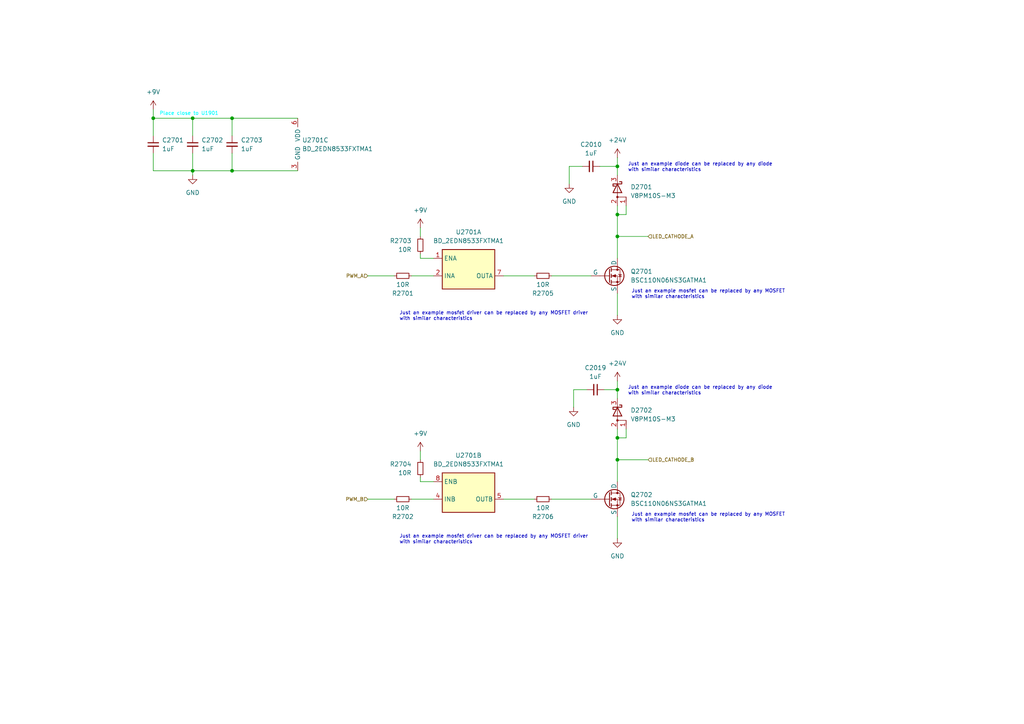
<source format=kicad_sch>
(kicad_sch (version 20250114) (generator "eeschema") (generator_version "9.0")
  (paper "A4")
  (lib_symbols
    (symbol "Bond_Kicad_Lib:BD_2EDN8533"
      (property "Reference" "U" (at -7.62 8.89 0))
      (property "Value" "BD_2EDN8533FXTMA1" (at 1.27 8.89 0))
      (symbol "BD_2EDN8533_1_1"
        (rectangle (start -7.62 7.62) (end 7.62 -3.81) (stroke (width 0.254)) (fill (type background)))
        (pin input line (at -10.16 5.08 0) (length 2.54) (name "ENA") (number "1"))
        (pin input line (at -10.16 0 0) (length 2.54) (name "INA") (number "2"))
        (pin output line (at 10.16 0 180) (length 2.54) (name "OUTA") (number "7"))
      )
      (symbol "BD_2EDN8533_2_1"
        (rectangle (start -7.62 7.62) (end 7.62 -3.81) (stroke (width 0.254)) (fill (type background)))
        (pin input line (at -10.16 5.08 0) (length 2.54) (name "ENB") (number "8"))
        (pin input line (at -10.16 0 0) (length 2.54) (name "INB") (number "4"))
        (pin output line (at 10.16 0 180) (length 2.54) (name "OUTB") (number "5"))
      )
      (symbol "BD_2EDN8533_3_1"
        (pin power_in line (at 0 7.62 270) (length 2.54) (name "VDD") (number "6"))
        (pin power_in line (at 0 -7.62 90) (length 2.54) (name "GND") (number "3"))
      )
    )
    (symbol "Device:C_Small" (pin_numbers (hide yes)) (pin_names (offset 0.254) (hide yes))
      (property "Reference" "C" (at 0.254 1.778 0))
      (property "Value" "C_Small" (at 0.254 -2.032 0))
      (symbol "C_Small_0_1"
        (polyline (pts (xy -1.524 0.508) (xy 1.524 0.508)) (stroke (width 0.3048)))
        (polyline (pts (xy -1.524 -0.508) (xy 1.524 -0.508)) (stroke (width 0.3302)))
      )
      (symbol "C_Small_1_1"
        (pin passive line (at 0 2.54 270) (length 2.032) (name "~") (number "1"))
        (pin passive line (at 0 -2.54 90) (length 2.032) (name "~") (number "2"))
      )
    )
    (symbol "Device:D_Schottky_AAK" (pin_names (offset 0) (hide yes))
      (property "Reference" "D" (at 0 2.54 0))
      (property "Value" "D_Schottky_AAK" (at 0 -2.54 0))
      (symbol "D_Schottky_AAK_0_1"
        (polyline (pts (xy -1.905 0.635) (xy -1.905 1.27) (xy -1.27 1.27) (xy -1.27 -1.27) (xy -0.635 -1.27) (xy -0.635 -0.635)) (stroke (width 0.254)))
        (polyline (pts (xy 1.27 1.27) (xy 1.27 -1.27) (xy -1.27 0) (xy 1.27 1.27)) (stroke (width 0.254)))
        (circle (center 2.54 0) (radius 0.254) (fill (type outline)))
        (polyline (pts (xy 3.81 2.54) (xy 2.54 2.54) (xy 2.54 0) (xy -1.27 0)))
      )
      (symbol "D_Schottky_AAK_1_1"
        (pin passive line (at -3.81 0 0) (length 2.54) (name "K") (number "3"))
        (pin passive line (at 5.08 2.54 180) (length 2.54) (name "A") (number "1"))
        (pin passive line (at 5.08 0 180) (length 2.54) (name "A") (number "2"))
      )
    )
    (symbol "Device:R_Small" (pin_numbers (hide yes)) (pin_names (offset 0.254) (hide yes))
      (property "Reference" "R" (at 0.762 0.508 0))
      (property "Value" "R_Small" (at 0.762 -1.016 0))
      (symbol "R_Small_0_1"
        (rectangle (start -0.762 1.778) (end 0.762 -1.778) (stroke (width 0.2032)))
      )
      (symbol "R_Small_1_1"
        (pin passive line (at 0 2.54 270) (length 0.762) (name "~") (number "1"))
        (pin passive line (at 0 -2.54 90) (length 0.762) (name "~") (number "2"))
      )
    )
    (symbol "Simulation_SPICE:NMOS" (pin_numbers (hide yes)) (pin_names (offset 0))
      (property "Reference" "Q" (at 5.08 1.27 0))
      (property "Value" "NMOS" (at 5.08 -1.27 0))
      (symbol "NMOS_0_1"
        (polyline (pts (xy 0.254 1.905) (xy 0.254 -1.905)) (stroke (width 0.254)))
        (polyline (pts (xy 0.254 0) (xy -2.54 0)))
        (polyline (pts (xy 0.762 2.286) (xy 0.762 1.27)) (stroke (width 0.254)))
        (polyline (pts (xy 0.762 0.508) (xy 0.762 -0.508)) (stroke (width 0.254)))
        (polyline (pts (xy 0.762 -1.27) (xy 0.762 -2.286)) (stroke (width 0.254)))
        (polyline (pts (xy 0.762 -1.778) (xy 3.302 -1.778) (xy 3.302 1.778) (xy 0.762 1.778)))
        (polyline (pts (xy 1.016 0) (xy 2.032 0.381) (xy 2.032 -0.381) (xy 1.016 0)) (fill (type outline)))
        (circle (center 1.651 0) (radius 2.794) (stroke (width 0.254)))
        (polyline (pts (xy 2.54 2.54) (xy 2.54 1.778)))
        (circle (center 2.54 1.778) (radius 0.254) (fill (type outline)))
        (circle (center 2.54 -1.778) (radius 0.254) (fill (type outline)))
        (polyline (pts (xy 2.54 -2.54) (xy 2.54 0) (xy 0.762 0)))
        (polyline (pts (xy 2.794 0.508) (xy 2.921 0.381) (xy 3.683 0.381) (xy 3.81 0.254)))
        (polyline (pts (xy 3.302 0.381) (xy 2.921 -0.254) (xy 3.683 -0.254) (xy 3.302 0.381)))
      )
      (symbol "NMOS_1_1"
        (pin input line (at -5.08 0 0) (length 2.54) (name "G") (number "2"))
        (pin passive line (at 2.54 5.08 270) (length 2.54) (name "D") (number "1"))
        (pin passive line (at 2.54 -5.08 90) (length 2.54) (name "S") (number "3"))
      )
    )
    (symbol "power:+24V" (power) (pin_numbers (hide yes)) (pin_names (offset 0) (hide yes))
      (property "Value" "+24V" (at 0 3.556 0))
      (symbol "+24V_0_1"
        (polyline (pts (xy -0.762 1.27) (xy 0 2.54)))
        (polyline (pts (xy 0 2.54) (xy 0.762 1.27)))
        (polyline (pts (xy 0 0) (xy 0 2.54)))
      )
      (symbol "+24V_1_1"
        (pin power_in line (at 0 0 90) (length 0) (name "~") (number "1"))
      )
    )
    (symbol "power:+9V" (power) (pin_numbers (hide yes)) (pin_names (offset 0) (hide yes))
      (property "Value" "+9V" (at 0 3.556 0))
      (symbol "+9V_0_1"
        (polyline (pts (xy -0.762 1.27) (xy 0 2.54)))
        (polyline (pts (xy 0 2.54) (xy 0.762 1.27)))
        (polyline (pts (xy 0 0) (xy 0 2.54)))
      )
      (symbol "+9V_1_1"
        (pin power_in line (at 0 0 90) (length 0) (name "~") (number "1"))
      )
    )
    (symbol "power:GND" (power) (pin_numbers (hide yes)) (pin_names (offset 0) (hide yes))
      (property "Value" "GND" (at 0 -3.81 0))
      (symbol "GND_0_1"
        (polyline (pts (xy 0 0) (xy 0 -1.27) (xy 1.27 -1.27) (xy 0 -2.54) (xy -1.27 -1.27) (xy 0 -1.27)))
      )
      (symbol "GND_1_1"
        (pin power_in line (at 0 0 270) (length 0) (name "~") (number "1"))
      )
    )
  )
  (text "Just an example mosfet can be replaced by any MOSFET\nwith similar characteristics " (at 183.134 150.114 0) (effects (font (size 1.016 1.016)) (justify left)))
  (text "Just an example diode can be replaced by any diode\nwith similar characteristics " (at 182.118 113.284 0) (effects (font (size 1.016 1.016)) (justify left)))
  (text "Just an example diode can be replaced by any diode\nwith similar characteristics " (at 182.118 48.514 0) (effects (font (size 1.016 1.016)) (justify left)))
  (text "Just an example mosfet driver can be replaced by any MOSFET driver\nwith similar characteristics " (at 115.824 156.464 0) (effects (font (size 1.016 1.016)) (justify left)))
  (text "Just an example mosfet driver can be replaced by any MOSFET driver\nwith similar characteristics " (at 115.824 91.694 0) (effects (font (size 1.016 1.016)) (justify left)))
  (text "Just an example mosfet can be replaced by any MOSFET\nwith similar characteristics " (at 183.134 85.344 0) (effects (font (size 1.016 1.016)) (justify left)))
  (text "Place close to U1901\n" (at 46.228 33.02 0) (effects (font (size 1.016 1.016)) (justify left)))
  (junction (at 179.07 68.58))
  (junction (at 179.07 48.26))
  (junction (at 179.07 62.23))
  (junction (at 55.88 49.53))
  (junction (at 179.07 127))
  (junction (at 67.31 49.53))
  (junction (at 44.45 34.29))
  (junction (at 55.88 34.29))
  (junction (at 179.07 113.03))
  (junction (at 67.31 34.29))
  (junction (at 179.07 133.35))
  (wire (pts (xy 106.68 80.01) (xy 114.3 80.01)))
  (wire (pts (xy 179.07 62.23) (xy 179.07 68.58)))
  (wire (pts (xy 44.45 34.29) (xy 55.88 34.29)))
  (wire (pts (xy 55.88 49.53) (xy 67.31 49.53)))
  (wire (pts (xy 106.68 144.78) (xy 114.3 144.78)))
  (wire (pts (xy 175.26 113.03) (xy 179.07 113.03)))
  (wire (pts (xy 179.07 59.69) (xy 179.07 62.23)))
  (wire (pts (xy 55.88 44.45) (xy 55.88 49.53)))
  (wire (pts (xy 44.45 34.29) (xy 44.45 39.37)))
  (wire (pts (xy 67.31 49.53) (xy 86.36 49.53)))
  (wire (pts (xy 179.07 68.58) (xy 179.07 74.93)))
  (wire (pts (xy 55.88 49.53) (xy 55.88 50.8)))
  (wire (pts (xy 166.37 118.11) (xy 166.37 113.03)))
  (wire (pts (xy 44.45 44.45) (xy 44.45 49.53)))
  (wire (pts (xy 121.92 66.04) (xy 121.92 68.58)))
  (wire (pts (xy 44.45 31.75) (xy 44.45 34.29)))
  (wire (pts (xy 181.61 127) (xy 179.07 127)))
  (wire (pts (xy 166.37 113.03) (xy 170.18 113.03)))
  (wire (pts (xy 146.05 80.01) (xy 154.94 80.01)))
  (wire (pts (xy 181.61 62.23) (xy 179.07 62.23)))
  (wire (pts (xy 121.92 139.7) (xy 125.73 139.7)))
  (wire (pts (xy 179.07 149.86) (xy 179.07 156.21)))
  (wire (pts (xy 181.61 124.46) (xy 181.61 127)))
  (wire (pts (xy 179.07 110.49) (xy 179.07 113.03)))
  (wire (pts (xy 67.31 34.29) (xy 67.31 39.37)))
  (wire (pts (xy 179.07 133.35) (xy 187.96 133.35)))
  (wire (pts (xy 165.1 48.26) (xy 168.91 48.26)))
  (wire (pts (xy 179.07 113.03) (xy 179.07 115.57)))
  (wire (pts (xy 179.07 127) (xy 179.07 133.35)))
  (wire (pts (xy 121.92 130.81) (xy 121.92 133.35)))
  (wire (pts (xy 179.07 48.26) (xy 179.07 50.8)))
  (wire (pts (xy 119.38 80.01) (xy 125.73 80.01)))
  (wire (pts (xy 165.1 53.34) (xy 165.1 48.26)))
  (wire (pts (xy 121.92 73.66) (xy 121.92 74.93)))
  (wire (pts (xy 160.02 80.01) (xy 171.45 80.01)))
  (wire (pts (xy 55.88 34.29) (xy 67.31 34.29)))
  (wire (pts (xy 173.99 48.26) (xy 179.07 48.26)))
  (wire (pts (xy 179.07 124.46) (xy 179.07 127)))
  (wire (pts (xy 146.05 144.78) (xy 154.94 144.78)))
  (wire (pts (xy 55.88 34.29) (xy 55.88 39.37)))
  (wire (pts (xy 160.02 144.78) (xy 171.45 144.78)))
  (wire (pts (xy 179.07 133.35) (xy 179.07 139.7)))
  (wire (pts (xy 121.92 138.43) (xy 121.92 139.7)))
  (wire (pts (xy 119.38 144.78) (xy 125.73 144.78)))
  (wire (pts (xy 179.07 68.58) (xy 187.96 68.58)))
  (wire (pts (xy 44.45 49.53) (xy 55.88 49.53)))
  (wire (pts (xy 179.07 85.09) (xy 179.07 91.44)))
  (wire (pts (xy 67.31 34.29) (xy 86.36 34.29)))
  (wire (pts (xy 67.31 49.53) (xy 67.31 44.45)))
  (wire (pts (xy 179.07 45.72) (xy 179.07 48.26)))
  (wire (pts (xy 121.92 74.93) (xy 125.73 74.93)))
  (wire (pts (xy 181.61 59.69) (xy 181.61 62.23)))
  (hierarchical_label "PWM_B" (shape input) (at 106.68 144.78 180) (effects (font (size 1.016 1.016))))
  (hierarchical_label "PWM_A" (shape input) (at 106.68 80.01 180) (effects (font (size 1.016 1.016))))
  (hierarchical_label "LED_CATHODE_A" (shape input) (at 187.96 68.58 0) (effects (font (size 1.016 1.016))))
  (hierarchical_label "LED_CATHODE_B" (shape input) (at 187.96 133.35 0) (effects (font (size 1.016 1.016))))
  (symbol (lib_id "Device:C_Small") (at 171.45 48.26 270) (unit 1)
    (property "Reference" "C2005" (at 171.4436 41.91 90))
    (property "Value" "1uF" (at 171.4436 44.45 90))
    (property "Description" "Unpolarized capacitor, small symbol" (effects (hide yes)))
    (instances (project "lmc" (path "" (reference "C2010") (unit 1)) (path "" (reference "C2008") (unit 1)) (path "" (reference "C2011") (unit 1)) (path "" (reference "C2007") (unit 1)) (path "" (reference "C2004") (unit 1)) (path "" (reference "C2005") (unit 1)) (path "" (reference "C2006") (unit 1)) (path "" (reference "C2009") (unit 1))))
  )
  (symbol (lib_id "Device:R_Small") (at 157.48 80.01 270) (unit 1)
    (property "Reference" "R2005" (at 157.48 85.09 90))
    (property "Value" "10R" (at 157.48 82.55 90))
    (property "Description" "Resistor, small symbol" (effects (hide yes)))
    (instances (project "lmc" (path "" (reference "R2705") (unit 1)) (path "" (reference "R2505") (unit 1)) (path "" (reference "R2805") (unit 1)) (path "" (reference "R2405") (unit 1)) (path "" (reference "R1405") (unit 1)) (path "" (reference "R2005") (unit 1)) (path "" (reference "R2205") (unit 1)) (path "" (reference "R2605") (unit 1))))
  )
  (symbol (lib_id "Device:R_Small") (at 157.48 144.78 270) (unit 1)
    (property "Reference" "R2006" (at 157.48 149.86 90))
    (property "Value" "10R" (at 157.48 147.32 90))
    (property "Description" "Resistor, small symbol" (effects (hide yes)))
    (instances (project "lmc" (path "" (reference "R2706") (unit 1)) (path "" (reference "R2506") (unit 1)) (path "" (reference "R2806") (unit 1)) (path "" (reference "R2406") (unit 1)) (path "" (reference "R1406") (unit 1)) (path "" (reference "R2006") (unit 1)) (path "" (reference "R2206") (unit 1)) (path "" (reference "R2606") (unit 1))))
  )
  (symbol (lib_id "Bond_Kicad_Lib:BD_2EDN8533") (at 135.89 80.01 0) (unit 1)
    (property "Reference" "U2001" (at 135.89 67.31 0))
    (property "Value" "BD_2EDN8533FXTMA1" (at 135.89 69.85 0))
    (property "Footprint" "Package_TO_SOT_SMD:SOT-23-6" (effects (hide yes)))
    (instances (project "lmc" (path "" (reference "U2701") (unit 1)) (path "" (reference "U2501") (unit 1)) (path "" (reference "U2801") (unit 1)) (path "" (reference "U2401") (unit 1)) (path "" (reference "U1401") (unit 1)) (path "" (reference "U2001") (unit 1)) (path "" (reference "U2201") (unit 1)) (path "" (reference "U2601") (unit 1))))
  )
  (symbol (lib_id "power:+24V") (at 179.07 45.72 0) (unit 1)
    (property "Reference" "#PWR02005" (effects (hide yes)))
    (property "Value" "+24V" (at 179.07 40.64 0))
    (property "Description" "Power symbol creates a global label with name \"+24V\"" (effects (hide yes)))
    (instances (project "lmc" (path "" (reference "#PWR02705") (unit 1)) (path "" (reference "#PWR02505") (unit 1)) (path "" (reference "#PWR02805") (unit 1)) (path "" (reference "#PWR02405") (unit 1)) (path "" (reference "#PWR01405") (unit 1)) (path "" (reference "#PWR02005") (unit 1)) (path "" (reference "#PWR02205") (unit 1)) (path "" (reference "#PWR02605") (unit 1))))
  )
  (symbol (lib_id "Device:R_Small") (at 121.92 71.12 0) (mirror y) (unit 1)
    (property "Reference" "R2003" (at 119.38 69.8499 0) (effects (justify left)))
    (property "Value" "10R" (at 119.38 72.3899 0) (effects (justify left)))
    (property "Description" "Resistor, small symbol" (effects (hide yes)))
    (instances (project "lmc" (path "" (reference "R2703") (unit 1)) (path "" (reference "R2503") (unit 1)) (path "" (reference "R2803") (unit 1)) (path "" (reference "R2403") (unit 1)) (path "" (reference "R1403") (unit 1)) (path "" (reference "R2003") (unit 1)) (path "" (reference "R2203") (unit 1)) (path "" (reference "R2603") (unit 1))))
  )
  (symbol (lib_id "power:GND") (at 179.07 156.21 0) (unit 1)
    (property "Reference" "#PWR02008" (effects (hide yes)))
    (property "Value" "GND" (at 179.07 161.29 0))
    (property "Description" "Power symbol creates a global label with name \"GND\" , ground" (effects (hide yes)))
    (instances (project "lmc" (path "" (reference "#PWR02708") (unit 1)) (path "" (reference "#PWR02508") (unit 1)) (path "" (reference "#PWR02808") (unit 1)) (path "" (reference "#PWR02408") (unit 1)) (path "" (reference "#PWR01408") (unit 1)) (path "" (reference "#PWR02008") (unit 1)) (path "" (reference "#PWR02208") (unit 1)) (path "" (reference "#PWR02608") (unit 1))))
  )
  (symbol (lib_id "Device:C_Small") (at 67.31 41.91 0) (unit 1)
    (property "Reference" "C2003" (at 69.85 40.6462 0) (effects (justify left)))
    (property "Value" "1uF" (at 69.85 43.1862 0) (effects (justify left)))
    (property "Description" "Unpolarized capacitor, small symbol" (effects (hide yes)))
    (instances (project "lmc" (path "" (reference "C2703") (unit 1)) (path "" (reference "C2503") (unit 1)) (path "" (reference "C2803") (unit 1)) (path "" (reference "C2403") (unit 1)) (path "" (reference "C1403") (unit 1)) (path "" (reference "C2003") (unit 1)) (path "" (reference "C2203") (unit 1)) (path "" (reference "C2603") (unit 1))))
  )
  (symbol (lib_id "power:GND") (at 55.88 50.8 0) (unit 1)
    (property "Reference" "#PWR02002" (effects (hide yes)))
    (property "Value" "GND" (at 55.88 55.88 0))
    (property "Description" "Power symbol creates a global label with name \"GND\" , ground" (effects (hide yes)))
    (instances (project "lmc" (path "" (reference "#PWR02702") (unit 1)) (path "" (reference "#PWR02502") (unit 1)) (path "" (reference "#PWR02802") (unit 1)) (path "" (reference "#PWR02402") (unit 1)) (path "" (reference "#PWR01402") (unit 1)) (path "" (reference "#PWR02002") (unit 1)) (path "" (reference "#PWR02202") (unit 1)) (path "" (reference "#PWR02602") (unit 1))))
  )
  (symbol (lib_id "Device:R_Small") (at 116.84 144.78 270) (unit 1)
    (property "Reference" "R2002" (at 116.84 149.86 90))
    (property "Value" "10R" (at 116.84 147.32 90))
    (property "Description" "Resistor, small symbol" (effects (hide yes)))
    (instances (project "lmc" (path "" (reference "R2702") (unit 1)) (path "" (reference "R2502") (unit 1)) (path "" (reference "R2802") (unit 1)) (path "" (reference "R2402") (unit 1)) (path "" (reference "R1402") (unit 1)) (path "" (reference "R2002") (unit 1)) (path "" (reference "R2202") (unit 1)) (path "" (reference "R2602") (unit 1))))
  )
  (symbol (lib_id "Bond_Kicad_Lib:BD_2EDN8533") (at 135.89 144.78 0) (unit 2)
    (property "Reference" "U2001" (at 135.89 132.08 0))
    (property "Value" "BD_2EDN8533FXTMA1" (at 135.89 134.62 0))
    (property "Footprint" "Package_TO_SOT_SMD:SOT-23-6" (effects (hide yes)))
    (instances (project "lmc" (path "" (reference "U2701") (unit 2)) (path "" (reference "U2501") (unit 2)) (path "" (reference "U2801") (unit 2)) (path "" (reference "U2401") (unit 2)) (path "" (reference "U1401") (unit 2)) (path "" (reference "U2001") (unit 2)) (path "" (reference "U2201") (unit 2)) (path "" (reference "U2601") (unit 2))))
  )
  (symbol (lib_id "Device:R_Small") (at 116.84 80.01 270) (unit 1)
    (property "Reference" "R2001" (at 116.84 85.09 90))
    (property "Value" "10R" (at 116.84 82.55 90))
    (property "Description" "Resistor, small symbol" (effects (hide yes)))
    (instances (project "lmc" (path "" (reference "R2701") (unit 1)) (path "" (reference "R2501") (unit 1)) (path "" (reference "R2801") (unit 1)) (path "" (reference "R2401") (unit 1)) (path "" (reference "R1401") (unit 1)) (path "" (reference "R2001") (unit 1)) (path "" (reference "R2201") (unit 1)) (path "" (reference "R2601") (unit 1))))
  )
  (symbol (lib_id "Device:C_Small") (at 172.72 113.03 270) (unit 1)
    (property "Reference" "C2014" (at 172.7136 106.68 90))
    (property "Value" "1uF" (at 172.7136 109.22 90))
    (property "Description" "Unpolarized capacitor, small symbol" (effects (hide yes)))
    (instances (project "lmc" (path "" (reference "C2019") (unit 1)) (path "" (reference "C2017") (unit 1)) (path "" (reference "C2020") (unit 1)) (path "" (reference "C2016") (unit 1)) (path "" (reference "C2013") (unit 1)) (path "" (reference "C2014") (unit 1)) (path "" (reference "C2015") (unit 1)) (path "" (reference "C2018") (unit 1))))
  )
  (symbol (lib_id "Simulation_SPICE:NMOS") (at 176.53 80.01 0) (unit 1)
    (property "Reference" "Q2001" (at 182.88 78.7399 0) (effects (justify left)))
    (property "Value" "BSC110N06NS3GATMA1" (at 182.88 81.2799 0) (effects (justify left)))
    (property "Datasheet" "https://ngspice.sourceforge.io/docs/ngspice-html-manual/manual.xhtml#cha_MOSFETs" (effects (hide yes)))
    (property "Description" "N-MOSFET transistor, drain/source/gate" (effects (hide yes)))
    (property "Sim.Device" "NMOS" (effects (hide yes)))
    (property "Sim.Type" "VDMOS" (effects (hide yes)))
    (property "Sim.Pins" "1=D 2=G 3=S" (effects (hide yes)))
    (property "MOUSER" "https://www.mouser.com/ProductDetail/Infineon-Technologies/BSC110N06NS3GATMA1?qs=K00xGehIljsK0seCrwMRFA%3D%3D" (effects (hide yes)))
    (instances (project "lmc" (path "" (reference "Q2701") (unit 1)) (path "" (reference "Q2501") (unit 1)) (path "" (reference "Q2801") (unit 1)) (path "" (reference "Q2401") (unit 1)) (path "" (reference "Q1401") (unit 1)) (path "" (reference "Q2001") (unit 1)) (path "" (reference "Q2201") (unit 1)) (path "" (reference "Q2601") (unit 1))))
  )
  (symbol (lib_id "Device:D_Schottky_AAK") (at 179.07 119.38 270) (unit 1)
    (property "Reference" "D2002" (at 182.88 118.9989 90) (effects (justify left)))
    (property "Value" "V8PM10S-M3" (at 182.88 121.5389 90) (effects (justify left)))
    (property "Description" "Schottky diode, anode on pins 1 and 2" (effects (hide yes)))
    (instances (project "lmc" (path "" (reference "D2702") (unit 1)) (path "" (reference "D2502") (unit 1)) (path "" (reference "D2802") (unit 1)) (path "" (reference "D2402") (unit 1)) (path "" (reference "D1402") (unit 1)) (path "" (reference "D2002") (unit 1)) (path "" (reference "D2202") (unit 1)) (path "" (reference "D2602") (unit 1))))
  )
  (symbol (lib_id "power:+9V") (at 121.92 130.81 0) (unit 1)
    (property "Reference" "#PWR02004" (effects (hide yes)))
    (property "Value" "+9V" (at 121.92 125.73 0))
    (property "Description" "Power symbol creates a global label with name \"+9V\"" (effects (hide yes)))
    (instances (project "lmc" (path "" (reference "#PWR02704") (unit 1)) (path "" (reference "#PWR02504") (unit 1)) (path "" (reference "#PWR02804") (unit 1)) (path "" (reference "#PWR02404") (unit 1)) (path "" (reference "#PWR01404") (unit 1)) (path "" (reference "#PWR02004") (unit 1)) (path "" (reference "#PWR02204") (unit 1)) (path "" (reference "#PWR02604") (unit 1))))
  )
  (symbol (lib_id "Device:C_Small") (at 44.45 41.91 0) (unit 1)
    (property "Reference" "C2001" (at 46.99 40.6462 0) (effects (justify left)))
    (property "Value" "1uF" (at 46.99 43.1862 0) (effects (justify left)))
    (property "Description" "Unpolarized capacitor, small symbol" (effects (hide yes)))
    (instances (project "lmc" (path "" (reference "C2701") (unit 1)) (path "" (reference "C2501") (unit 1)) (path "" (reference "C2801") (unit 1)) (path "" (reference "C2401") (unit 1)) (path "" (reference "C1401") (unit 1)) (path "" (reference "C2001") (unit 1)) (path "" (reference "C2201") (unit 1)) (path "" (reference "C2601") (unit 1))))
  )
  (symbol (lib_id "Bond_Kicad_Lib:BD_2EDN8533") (at 86.36 41.91 0) (unit 3)
    (property "Reference" "U2001" (at 87.63 40.6399 0) (effects (justify left)))
    (property "Value" "BD_2EDN8533FXTMA1" (at 87.63 43.1799 0) (effects (justify left)))
    (property "Footprint" "Package_TO_SOT_SMD:SOT-23-6" (effects (hide yes)))
    (instances (project "lmc" (path "" (reference "U2701") (unit 3)) (path "" (reference "U2501") (unit 3)) (path "" (reference "U2801") (unit 3)) (path "" (reference "U2401") (unit 3)) (path "" (reference "U1401") (unit 3)) (path "" (reference "U2001") (unit 3)) (path "" (reference "U2201") (unit 3)) (path "" (reference "U2601") (unit 3))))
  )
  (symbol (lib_id "power:GND") (at 179.07 91.44 0) (unit 1)
    (property "Reference" "#PWR02006" (effects (hide yes)))
    (property "Value" "GND" (at 179.07 96.52 0))
    (property "Description" "Power symbol creates a global label with name \"GND\" , ground" (effects (hide yes)))
    (instances (project "lmc" (path "" (reference "#PWR02706") (unit 1)) (path "" (reference "#PWR02506") (unit 1)) (path "" (reference "#PWR02806") (unit 1)) (path "" (reference "#PWR02406") (unit 1)) (path "" (reference "#PWR01406") (unit 1)) (path "" (reference "#PWR02006") (unit 1)) (path "" (reference "#PWR02206") (unit 1)) (path "" (reference "#PWR02606") (unit 1))))
  )
  (symbol (lib_id "Device:C_Small") (at 55.88 41.91 0) (unit 1)
    (property "Reference" "C2002" (at 58.42 40.6462 0) (effects (justify left)))
    (property "Value" "1uF" (at 58.42 43.1862 0) (effects (justify left)))
    (property "Description" "Unpolarized capacitor, small symbol" (effects (hide yes)))
    (instances (project "lmc" (path "" (reference "C2702") (unit 1)) (path "" (reference "C2502") (unit 1)) (path "" (reference "C2802") (unit 1)) (path "" (reference "C2402") (unit 1)) (path "" (reference "C1402") (unit 1)) (path "" (reference "C2002") (unit 1)) (path "" (reference "C2202") (unit 1)) (path "" (reference "C2602") (unit 1))))
  )
  (symbol (lib_id "Device:D_Schottky_AAK") (at 179.07 54.61 270) (unit 1)
    (property "Reference" "D2001" (at 182.88 54.2289 90) (effects (justify left)))
    (property "Value" "V8PM10S-M3" (at 182.88 56.7689 90) (effects (justify left)))
    (property "Description" "Schottky diode, anode on pins 1 and 2" (effects (hide yes)))
    (instances (project "lmc" (path "" (reference "D2701") (unit 1)) (path "" (reference "D2501") (unit 1)) (path "" (reference "D2801") (unit 1)) (path "" (reference "D2401") (unit 1)) (path "" (reference "D1401") (unit 1)) (path "" (reference "D2001") (unit 1)) (path "" (reference "D2201") (unit 1)) (path "" (reference "D2601") (unit 1))))
  )
  (symbol (lib_id "power:+9V") (at 121.92 66.04 0) (unit 1)
    (property "Reference" "#PWR02003" (effects (hide yes)))
    (property "Value" "+9V" (at 121.92 60.96 0))
    (property "Description" "Power symbol creates a global label with name \"+9V\"" (effects (hide yes)))
    (instances (project "lmc" (path "" (reference "#PWR02703") (unit 1)) (path "" (reference "#PWR02503") (unit 1)) (path "" (reference "#PWR02803") (unit 1)) (path "" (reference "#PWR02403") (unit 1)) (path "" (reference "#PWR01403") (unit 1)) (path "" (reference "#PWR02003") (unit 1)) (path "" (reference "#PWR02203") (unit 1)) (path "" (reference "#PWR02603") (unit 1))))
  )
  (symbol (lib_id "power:+9V") (at 44.45 31.75 0) (unit 1)
    (property "Reference" "#PWR02001" (effects (hide yes)))
    (property "Value" "+9V" (at 44.45 26.67 0))
    (property "Description" "Power symbol creates a global label with name \"+9V\"" (effects (hide yes)))
    (instances (project "lmc" (path "" (reference "#PWR02701") (unit 1)) (path "" (reference "#PWR02501") (unit 1)) (path "" (reference "#PWR02801") (unit 1)) (path "" (reference "#PWR02401") (unit 1)) (path "" (reference "#PWR01401") (unit 1)) (path "" (reference "#PWR02001") (unit 1)) (path "" (reference "#PWR02201") (unit 1)) (path "" (reference "#PWR02601") (unit 1))))
  )
  (symbol (lib_id "Simulation_SPICE:NMOS") (at 176.53 144.78 0) (unit 1)
    (property "Reference" "Q2002" (at 182.88 143.5099 0) (effects (justify left)))
    (property "Value" "BSC110N06NS3GATMA1" (at 182.88 146.0499 0) (effects (justify left)))
    (property "Datasheet" "https://ngspice.sourceforge.io/docs/ngspice-html-manual/manual.xhtml#cha_MOSFETs" (effects (hide yes)))
    (property "Description" "N-MOSFET transistor, drain/source/gate" (effects (hide yes)))
    (property "Sim.Device" "NMOS" (effects (hide yes)))
    (property "Sim.Type" "VDMOS" (effects (hide yes)))
    (property "Sim.Pins" "1=D 2=G 3=S" (effects (hide yes)))
    (property "MOUSER" "https://www.mouser.com/ProductDetail/Infineon-Technologies/BSC110N06NS3GATMA1?qs=K00xGehIljsK0seCrwMRFA%3D%3D" (effects (hide yes)))
    (instances (project "lmc" (path "" (reference "Q2702") (unit 1)) (path "" (reference "Q2502") (unit 1)) (path "" (reference "Q2802") (unit 1)) (path "" (reference "Q2402") (unit 1)) (path "" (reference "Q1402") (unit 1)) (path "" (reference "Q2002") (unit 1)) (path "" (reference "Q2202") (unit 1)) (path "" (reference "Q2602") (unit 1))))
  )
  (symbol (lib_id "power:+24V") (at 179.07 110.49 0) (unit 1)
    (property "Reference" "#PWR02007" (effects (hide yes)))
    (property "Value" "+24V" (at 179.07 105.41 0))
    (property "Description" "Power symbol creates a global label with name \"+24V\"" (effects (hide yes)))
    (instances (project "lmc" (path "" (reference "#PWR02707") (unit 1)) (path "" (reference "#PWR02507") (unit 1)) (path "" (reference "#PWR02807") (unit 1)) (path "" (reference "#PWR02407") (unit 1)) (path "" (reference "#PWR01407") (unit 1)) (path "" (reference "#PWR02007") (unit 1)) (path "" (reference "#PWR02207") (unit 1)) (path "" (reference "#PWR02607") (unit 1))))
  )
  (symbol (lib_id "power:GND") (at 166.37 118.11 0) (unit 1)
    (property "Reference" "#PWR02019" (effects (hide yes)))
    (property "Value" "GND" (at 166.37 123.19 0))
    (property "Description" "Power symbol creates a global label with name \"GND\" , ground" (effects (hide yes)))
    (instances (project "lmc" (path "" (reference "#PWR02024") (unit 1)) (path "" (reference "#PWR02022") (unit 1)) (path "" (reference "#PWR02025") (unit 1)) (path "" (reference "#PWR02021") (unit 1)) (path "" (reference "#PWR02018") (unit 1)) (path "" (reference "#PWR02019") (unit 1)) (path "" (reference "#PWR02020") (unit 1)) (path "" (reference "#PWR02023") (unit 1))))
  )
  (symbol (lib_id "Device:R_Small") (at 121.92 135.89 0) (mirror y) (unit 1)
    (property "Reference" "R2004" (at 119.38 134.6199 0) (effects (justify left)))
    (property "Value" "10R" (at 119.38 137.1599 0) (effects (justify left)))
    (property "Description" "Resistor, small symbol" (effects (hide yes)))
    (instances (project "lmc" (path "" (reference "R2704") (unit 1)) (path "" (reference "R2504") (unit 1)) (path "" (reference "R2804") (unit 1)) (path "" (reference "R2404") (unit 1)) (path "" (reference "R1404") (unit 1)) (path "" (reference "R2004") (unit 1)) (path "" (reference "R2204") (unit 1)) (path "" (reference "R2604") (unit 1))))
  )
  (symbol (lib_id "power:GND") (at 165.1 53.34 0) (unit 1)
    (property "Reference" "#PWR02010" (effects (hide yes)))
    (property "Value" "GND" (at 165.1 58.42 0))
    (property "Description" "Power symbol creates a global label with name \"GND\" , ground" (effects (hide yes)))
    (instances (project "lmc" (path "" (reference "#PWR02015") (unit 1)) (path "" (reference "#PWR02013") (unit 1)) (path "" (reference "#PWR02016") (unit 1)) (path "" (reference "#PWR02012") (unit 1)) (path "" (reference "#PWR02009") (unit 1)) (path "" (reference "#PWR02010") (unit 1)) (path "" (reference "#PWR02011") (unit 1)) (path "" (reference "#PWR02014") (unit 1))))
  )
)
</source>
